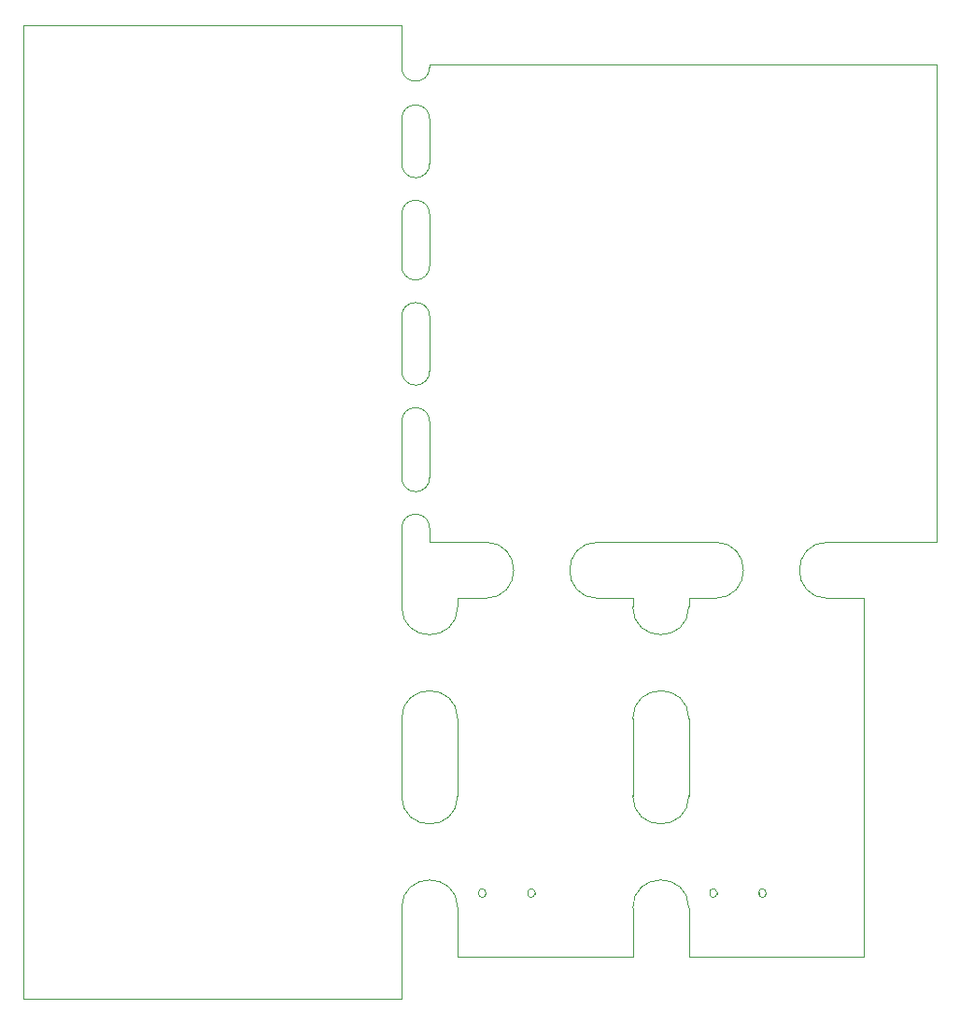
<source format=gm1>
G04 #@! TF.GenerationSoftware,KiCad,Pcbnew,6.0.11+dfsg-1*
G04 #@! TF.CreationDate,2024-10-22T12:26:55+02:00*
G04 #@! TF.ProjectId,kaarten_shieter,6b616172-7465-46e5-9f73-686965746572,rev?*
G04 #@! TF.SameCoordinates,Original*
G04 #@! TF.FileFunction,Profile,NP*
%FSLAX46Y46*%
G04 Gerber Fmt 4.6, Leading zero omitted, Abs format (unit mm)*
G04 Created by KiCad (PCBNEW 6.0.11+dfsg-1) date 2024-10-22 12:26:55*
%MOMM*%
%LPD*%
G01*
G04 APERTURE LIST*
G04 #@! TA.AperFunction,Profile*
%ADD10C,0.100000*%
G04 #@! TD*
G04 #@! TA.AperFunction,Profile*
%ADD11C,0.010000*%
G04 #@! TD*
G04 APERTURE END LIST*
D10*
X65405000Y-67526898D02*
G75*
G03*
X67945000Y-67526898I1270000J-36575D01*
G01*
X67945000Y-39751000D02*
X113891000Y-39751211D01*
X70485000Y-99060000D02*
X70485000Y-106045000D01*
X65405000Y-88900000D02*
G75*
G03*
X70485000Y-88900000I2540000J0D01*
G01*
X70485000Y-116205000D02*
G75*
G03*
X65405000Y-116205000I-2540000J0D01*
G01*
X65405000Y-72136000D02*
X65405000Y-77178898D01*
X93853000Y-83058000D02*
X83185000Y-83058000D01*
X91440000Y-99060000D02*
X91440000Y-106045000D01*
X65405000Y-44704000D02*
X65405000Y-48730898D01*
X93853000Y-88138000D02*
G75*
G03*
X93853000Y-83058000I0J2540000D01*
G01*
X104013000Y-83058000D02*
G75*
G03*
X104013000Y-88138000I0J-2540000D01*
G01*
X107315000Y-120650000D02*
X107315000Y-88138000D01*
X86360000Y-88900000D02*
G75*
G03*
X91440000Y-88900000I2540000J0D01*
G01*
X113891000Y-39751211D02*
X113891000Y-83058000D01*
X67945000Y-67526898D02*
X67945000Y-62611000D01*
X65405000Y-40005000D02*
G75*
G03*
X67945000Y-40005000I1270000J0D01*
G01*
X70485000Y-116205000D02*
X70485000Y-120650000D01*
X70485000Y-88138000D02*
X70485000Y-88900000D01*
X65405000Y-53340000D02*
X65405000Y-58001898D01*
X65405000Y-48730898D02*
G75*
G03*
X67945000Y-48730898I1270000J-36575D01*
G01*
X65405000Y-62611000D02*
X65405000Y-67526898D01*
X86360000Y-120650000D02*
X86360000Y-116205000D01*
X67945000Y-81788000D02*
G75*
G03*
X65405000Y-81788000I-1270000J0D01*
G01*
X91440000Y-116205000D02*
G75*
G03*
X86360000Y-116205000I-2540000J0D01*
G01*
X67945000Y-39751000D02*
X67945000Y-40005000D01*
X113891000Y-83058000D02*
X104013000Y-83058000D01*
X67945000Y-44704000D02*
X67945000Y-48730898D01*
X70485000Y-120650000D02*
X86360000Y-120650000D01*
X67945000Y-53340000D02*
G75*
G03*
X65405000Y-53340000I-1270000J0D01*
G01*
X83185000Y-88138000D02*
X86360000Y-88138000D01*
X70485000Y-88138000D02*
X73025000Y-88138000D01*
X86360000Y-106045000D02*
G75*
G03*
X91440000Y-106045000I2540000J0D01*
G01*
X83185000Y-83058000D02*
G75*
G03*
X83185000Y-88138000I0J-2540000D01*
G01*
X31115000Y-36195000D02*
X65405000Y-36195000D01*
X86360000Y-106045000D02*
X86360000Y-99060000D01*
X65405000Y-124460000D02*
X31115000Y-124460000D01*
X67945000Y-62611000D02*
G75*
G03*
X65405000Y-62611000I-1270000J0D01*
G01*
X65405000Y-81788000D02*
X65405000Y-88900000D01*
X67945000Y-53340000D02*
X67945000Y-58001898D01*
X73025000Y-88138000D02*
G75*
G03*
X73025000Y-83058000I0J2540000D01*
G01*
X91440000Y-116205000D02*
X91440000Y-120650000D01*
X65405000Y-36195000D02*
X65405000Y-40005000D01*
X65405000Y-77178898D02*
G75*
G03*
X67945000Y-77178898I1270000J-36575D01*
G01*
X86360000Y-88900000D02*
X86360000Y-88138000D01*
X91440000Y-88138000D02*
X93853000Y-88138000D01*
X67945000Y-72136000D02*
G75*
G03*
X65405000Y-72136000I-1270000J0D01*
G01*
X67945000Y-44704000D02*
G75*
G03*
X65405000Y-44704000I-1270000J0D01*
G01*
X67945000Y-83058000D02*
X67945000Y-81788000D01*
X73025000Y-83058000D02*
X67945000Y-83058000D01*
X67945000Y-77178898D02*
X67945000Y-72136000D01*
X91440000Y-99060000D02*
G75*
G03*
X86360000Y-99060000I-2540000J0D01*
G01*
X91440000Y-120650000D02*
X107315000Y-120650000D01*
X91440000Y-88138000D02*
X91440000Y-88900000D01*
X31115000Y-124460000D02*
X31115000Y-36195000D01*
X70485000Y-99060000D02*
G75*
G03*
X65405000Y-99060000I-2540000J0D01*
G01*
X104013000Y-88138000D02*
X107315000Y-88138000D01*
X65405000Y-106045000D02*
G75*
G03*
X70485000Y-106045000I2540000J0D01*
G01*
X65405000Y-99060000D02*
X65405000Y-106045000D01*
X65405000Y-58001898D02*
G75*
G03*
X67945000Y-58001898I1270000J-36575D01*
G01*
X65405000Y-116205000D02*
X65405000Y-124460000D01*
D11*
X93334500Y-114933750D02*
X93334500Y-114859250D01*
X97784500Y-114933750D02*
X97784500Y-114859250D01*
X93335000Y-114859250D02*
X93335000Y-114784250D01*
X93985000Y-114859250D02*
X93985000Y-114934250D01*
X98435000Y-114859250D02*
X98435000Y-114934250D01*
X97785000Y-114859250D02*
X97785000Y-114784250D01*
X93985500Y-114784750D02*
X93985500Y-114859250D01*
X98435500Y-114784750D02*
X98435500Y-114859250D01*
X93334500Y-114933750D02*
G75*
G03*
X93660000Y-115259250I325500J0D01*
G01*
X93660000Y-115259250D02*
G75*
G03*
X93985000Y-114934250I0J325000D01*
G01*
X98435500Y-114784750D02*
G75*
G03*
X98110000Y-114459250I-325500J0D01*
G01*
X93660000Y-114459250D02*
G75*
G03*
X93335000Y-114784250I0J-325000D01*
G01*
X98110000Y-114459250D02*
G75*
G03*
X97785000Y-114784250I0J-325000D01*
G01*
X93985500Y-114784750D02*
G75*
G03*
X93660000Y-114459250I-325500J0D01*
G01*
X98110000Y-115259250D02*
G75*
G03*
X98435000Y-114934250I0J325000D01*
G01*
X97784500Y-114933750D02*
G75*
G03*
X98110000Y-115259250I325500J0D01*
G01*
X76829500Y-114933750D02*
X76829500Y-114859250D01*
X77480500Y-114784750D02*
X77480500Y-114859250D01*
X76830000Y-114859250D02*
X76830000Y-114784250D01*
X73030000Y-114859250D02*
X73030000Y-114934250D01*
X72379500Y-114933750D02*
X72379500Y-114859250D01*
X72380000Y-114859250D02*
X72380000Y-114784250D01*
X77480000Y-114859250D02*
X77480000Y-114934250D01*
X73030500Y-114784750D02*
X73030500Y-114859250D01*
X76829500Y-114933750D02*
G75*
G03*
X77155000Y-115259250I325500J0D01*
G01*
X73030500Y-114784750D02*
G75*
G03*
X72705000Y-114459250I-325500J0D01*
G01*
X77480500Y-114784750D02*
G75*
G03*
X77155000Y-114459250I-325500J0D01*
G01*
X77155000Y-114459250D02*
G75*
G03*
X76830000Y-114784250I0J-325000D01*
G01*
X72379500Y-114933750D02*
G75*
G03*
X72705000Y-115259250I325500J0D01*
G01*
X72705000Y-115259250D02*
G75*
G03*
X73030000Y-114934250I0J325000D01*
G01*
X77155000Y-115259250D02*
G75*
G03*
X77480000Y-114934250I0J325000D01*
G01*
X72705000Y-114459250D02*
G75*
G03*
X72380000Y-114784250I0J-325000D01*
G01*
M02*

</source>
